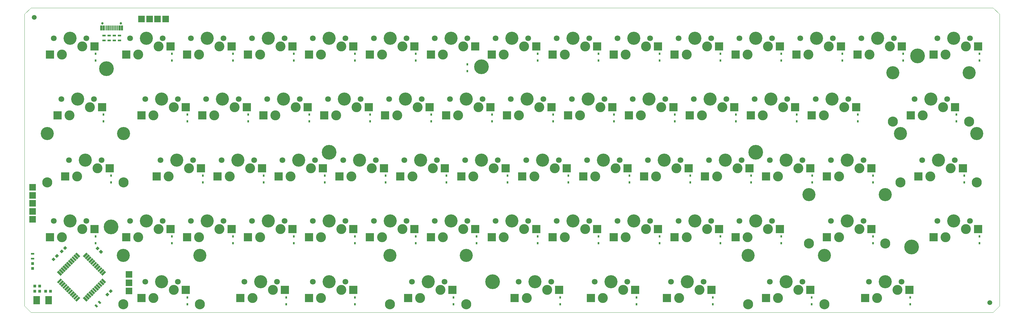
<source format=gbr>
%TF.GenerationSoftware,KiCad,Pcbnew,5.1.6*%
%TF.CreationDate,2020-07-08T12:45:37+02:00*%
%TF.ProjectId,zedekiel,7a656465-6b69-4656-9c2e-6b696361645f,rev?*%
%TF.SameCoordinates,Original*%
%TF.FileFunction,Soldermask,Bot*%
%TF.FilePolarity,Negative*%
%FSLAX46Y46*%
G04 Gerber Fmt 4.6, Leading zero omitted, Abs format (unit mm)*
G04 Created by KiCad (PCBNEW 5.1.6) date 2020-07-08 12:45:37*
%MOMM*%
%LPD*%
G01*
G04 APERTURE LIST*
%TA.AperFunction,Profile*%
%ADD10C,0.050000*%
%TD*%
%ADD11C,1.500000*%
%ADD12R,2.650000X2.600000*%
%ADD13C,1.801800*%
%ADD14C,4.087800*%
%ADD15C,3.100000*%
%ADD16C,4.600000*%
%ADD17C,3.148000*%
%ADD18C,0.750000*%
%ADD19R,0.400000X1.550000*%
%ADD20R,0.700000X1.550000*%
%ADD21R,2.100000X2.500000*%
%ADD22R,0.900000X0.850000*%
%ADD23R,0.850000X0.900000*%
%ADD24C,0.100000*%
%ADD25R,0.550000X0.700000*%
%ADD26R,1.000000X0.600000*%
%ADD27R,2.100000X2.100000*%
G04 APERTURE END LIST*
D10*
X20400000Y-113400000D02*
X20400000Y-22400000D01*
X22400000Y-115400000D02*
X20400000Y-113400000D01*
X322400000Y-115400000D02*
X22400000Y-115400000D01*
X324400000Y-113400000D02*
X322400000Y-115400000D01*
X324400000Y-22400000D02*
X324400000Y-113400000D01*
X322400000Y-20400000D02*
X324400000Y-22400000D01*
X22400000Y-20400000D02*
X322400000Y-20400000D01*
X20400000Y-22400000D02*
X22400000Y-20400000D01*
D11*
%TO.C,REF\u002A\u002A*%
X321400000Y-112400000D03*
%TD*%
%TO.C,REF\u002A\u002A*%
X23400000Y-23400000D03*
%TD*%
D12*
%TO.C,K66*%
X317710000Y-32440000D03*
D13*
X315230000Y-29900000D03*
X305070000Y-29900000D03*
D14*
X310150000Y-29900000D03*
D15*
X313960000Y-32440000D03*
X307610000Y-34980000D03*
D12*
X303860000Y-34980000D03*
%TD*%
%TO.C,K28*%
X310585000Y-51440000D03*
D13*
X308105000Y-48900000D03*
X297945000Y-48900000D03*
D14*
X303025000Y-48900000D03*
D15*
X306835000Y-51440000D03*
X300485000Y-53980000D03*
D12*
X296735000Y-53980000D03*
%TD*%
%TO.C,K42*%
X312960000Y-70440000D03*
D13*
X310480000Y-67900000D03*
X300320000Y-67900000D03*
D14*
X305400000Y-67900000D03*
D15*
X309210000Y-70440000D03*
X302860000Y-72980000D03*
D12*
X299110000Y-72980000D03*
%TD*%
%TO.C,K56*%
X317710000Y-89440000D03*
D13*
X315230000Y-86900000D03*
X305070000Y-86900000D03*
D14*
X310150000Y-86900000D03*
D15*
X313960000Y-89440000D03*
X307610000Y-91980000D03*
D12*
X303860000Y-91980000D03*
%TD*%
%TO.C,K55*%
X284460000Y-89440000D03*
D13*
X281980000Y-86900000D03*
X271820000Y-86900000D03*
D14*
X276900000Y-86900000D03*
D15*
X280710000Y-89440000D03*
X274360000Y-91980000D03*
D12*
X270610000Y-91980000D03*
%TD*%
%TO.C,K65*%
X282485000Y-110980000D03*
D15*
X286235000Y-110980000D03*
X292585000Y-108440000D03*
D14*
X288775000Y-105900000D03*
D13*
X283695000Y-105900000D03*
X293855000Y-105900000D03*
D12*
X296335000Y-108440000D03*
%TD*%
%TO.C,K64*%
X265460000Y-108440000D03*
D13*
X262980000Y-105900000D03*
X252820000Y-105900000D03*
D14*
X257900000Y-105900000D03*
D15*
X261710000Y-108440000D03*
X255360000Y-110980000D03*
D12*
X251610000Y-110980000D03*
%TD*%
%TO.C,K63*%
X220735000Y-110980000D03*
D15*
X224485000Y-110980000D03*
X230835000Y-108440000D03*
D14*
X227025000Y-105900000D03*
D13*
X221945000Y-105900000D03*
X232105000Y-105900000D03*
D12*
X234585000Y-108440000D03*
%TD*%
%TO.C,K62*%
X196985000Y-110980000D03*
D15*
X200735000Y-110980000D03*
X207085000Y-108440000D03*
D14*
X203275000Y-105900000D03*
D13*
X198195000Y-105900000D03*
X208355000Y-105900000D03*
D12*
X210835000Y-108440000D03*
%TD*%
%TO.C,K61*%
X173235000Y-110980000D03*
D15*
X176985000Y-110980000D03*
X183335000Y-108440000D03*
D14*
X179525000Y-105900000D03*
D13*
X174445000Y-105900000D03*
X184605000Y-105900000D03*
D12*
X187085000Y-108440000D03*
%TD*%
%TO.C,K60*%
X153835000Y-108440000D03*
D13*
X151355000Y-105900000D03*
X141195000Y-105900000D03*
D14*
X146275000Y-105900000D03*
D15*
X150085000Y-108440000D03*
X143735000Y-110980000D03*
D12*
X139985000Y-110980000D03*
%TD*%
%TO.C,K58*%
X87735000Y-110980000D03*
D15*
X91485000Y-110980000D03*
X97835000Y-108440000D03*
D14*
X94025000Y-105900000D03*
D13*
X88945000Y-105900000D03*
X99105000Y-105900000D03*
D12*
X101585000Y-108440000D03*
%TD*%
%TO.C,K57*%
X70710000Y-108440000D03*
D13*
X68230000Y-105900000D03*
X58070000Y-105900000D03*
D14*
X63150000Y-105900000D03*
D15*
X66960000Y-108440000D03*
X60610000Y-110980000D03*
D12*
X56860000Y-110980000D03*
%TD*%
%TO.C,K43*%
X42210000Y-89440000D03*
D13*
X39730000Y-86900000D03*
X29570000Y-86900000D03*
D14*
X34650000Y-86900000D03*
D15*
X38460000Y-89440000D03*
X32110000Y-91980000D03*
D12*
X28360000Y-91980000D03*
%TD*%
%TO.C,K29*%
X46960000Y-70440000D03*
D13*
X44480000Y-67900000D03*
X34320000Y-67900000D03*
D14*
X39400000Y-67900000D03*
D15*
X43210000Y-70440000D03*
X36860000Y-72980000D03*
D12*
X33110000Y-72980000D03*
%TD*%
%TO.C,K15*%
X44585000Y-51440000D03*
D13*
X42105000Y-48900000D03*
X31945000Y-48900000D03*
D14*
X37025000Y-48900000D03*
D15*
X40835000Y-51440000D03*
X34485000Y-53980000D03*
D12*
X30735000Y-53980000D03*
%TD*%
%TO.C,K1*%
X42210000Y-32440000D03*
D13*
X39730000Y-29900000D03*
X29570000Y-29900000D03*
D14*
X34650000Y-29900000D03*
D15*
X38460000Y-32440000D03*
X32110000Y-34980000D03*
D12*
X28360000Y-34980000D03*
%TD*%
%TO.C,K40*%
X251610000Y-72980000D03*
D15*
X255360000Y-72980000D03*
X261710000Y-70440000D03*
D14*
X257900000Y-67900000D03*
D13*
X252820000Y-67900000D03*
X262980000Y-67900000D03*
D12*
X265460000Y-70440000D03*
%TD*%
%TO.C,K47*%
X109110000Y-91980000D03*
D15*
X112860000Y-91980000D03*
X119210000Y-89440000D03*
D14*
X115400000Y-86900000D03*
D13*
X110320000Y-86900000D03*
X120480000Y-86900000D03*
D12*
X122960000Y-89440000D03*
%TD*%
%TO.C,K37*%
X194610000Y-72980000D03*
D15*
X198360000Y-72980000D03*
X204710000Y-70440000D03*
D14*
X200900000Y-67900000D03*
D13*
X195820000Y-67900000D03*
X205980000Y-67900000D03*
D12*
X208460000Y-70440000D03*
%TD*%
%TO.C,K34*%
X137610000Y-72980000D03*
D15*
X141360000Y-72980000D03*
X147710000Y-70440000D03*
D14*
X143900000Y-67900000D03*
D13*
X138820000Y-67900000D03*
X148980000Y-67900000D03*
D12*
X151460000Y-70440000D03*
%TD*%
%TO.C,K32*%
X99610000Y-72980000D03*
D15*
X103360000Y-72980000D03*
X109710000Y-70440000D03*
D14*
X105900000Y-67900000D03*
D13*
X100820000Y-67900000D03*
X110980000Y-67900000D03*
D12*
X113460000Y-70440000D03*
%TD*%
%TO.C,K31*%
X80610000Y-72980000D03*
D15*
X84360000Y-72980000D03*
X90710000Y-70440000D03*
D14*
X86900000Y-67900000D03*
D13*
X81820000Y-67900000D03*
X91980000Y-67900000D03*
D12*
X94460000Y-70440000D03*
%TD*%
%TO.C,K59*%
X109110000Y-110980000D03*
D15*
X112860000Y-110980000D03*
X119210000Y-108440000D03*
D14*
X115400000Y-105900000D03*
D13*
X110320000Y-105900000D03*
X120480000Y-105900000D03*
D12*
X122960000Y-108440000D03*
%TD*%
%TO.C,K54*%
X242110000Y-91980000D03*
D15*
X245860000Y-91980000D03*
X252210000Y-89440000D03*
D14*
X248400000Y-86900000D03*
D13*
X243320000Y-86900000D03*
X253480000Y-86900000D03*
D12*
X255960000Y-89440000D03*
%TD*%
%TO.C,K53*%
X223110000Y-91980000D03*
D15*
X226860000Y-91980000D03*
X233210000Y-89440000D03*
D14*
X229400000Y-86900000D03*
D13*
X224320000Y-86900000D03*
X234480000Y-86900000D03*
D12*
X236960000Y-89440000D03*
%TD*%
%TO.C,K52*%
X204110000Y-91980000D03*
D15*
X207860000Y-91980000D03*
X214210000Y-89440000D03*
D14*
X210400000Y-86900000D03*
D13*
X205320000Y-86900000D03*
X215480000Y-86900000D03*
D12*
X217960000Y-89440000D03*
%TD*%
%TO.C,K51*%
X185110000Y-91980000D03*
D15*
X188860000Y-91980000D03*
X195210000Y-89440000D03*
D14*
X191400000Y-86900000D03*
D13*
X186320000Y-86900000D03*
X196480000Y-86900000D03*
D12*
X198960000Y-89440000D03*
%TD*%
%TO.C,K50*%
X166110000Y-91980000D03*
D15*
X169860000Y-91980000D03*
X176210000Y-89440000D03*
D14*
X172400000Y-86900000D03*
D13*
X167320000Y-86900000D03*
X177480000Y-86900000D03*
D12*
X179960000Y-89440000D03*
%TD*%
%TO.C,K49*%
X147110000Y-91980000D03*
D15*
X150860000Y-91980000D03*
X157210000Y-89440000D03*
D14*
X153400000Y-86900000D03*
D13*
X148320000Y-86900000D03*
X158480000Y-86900000D03*
D12*
X160960000Y-89440000D03*
%TD*%
%TO.C,K48*%
X128110000Y-91980000D03*
D15*
X131860000Y-91980000D03*
X138210000Y-89440000D03*
D14*
X134400000Y-86900000D03*
D13*
X129320000Y-86900000D03*
X139480000Y-86900000D03*
D12*
X141960000Y-89440000D03*
%TD*%
%TO.C,K46*%
X90110000Y-91980000D03*
D15*
X93860000Y-91980000D03*
X100210000Y-89440000D03*
D14*
X96400000Y-86900000D03*
D13*
X91320000Y-86900000D03*
X101480000Y-86900000D03*
D12*
X103960000Y-89440000D03*
%TD*%
%TO.C,K45*%
X71110000Y-91980000D03*
D15*
X74860000Y-91980000D03*
X81210000Y-89440000D03*
D14*
X77400000Y-86900000D03*
D13*
X72320000Y-86900000D03*
X82480000Y-86900000D03*
D12*
X84960000Y-89440000D03*
%TD*%
%TO.C,K44*%
X52110000Y-91980000D03*
D15*
X55860000Y-91980000D03*
X62210000Y-89440000D03*
D14*
X58400000Y-86900000D03*
D13*
X53320000Y-86900000D03*
X63480000Y-86900000D03*
D12*
X65960000Y-89440000D03*
%TD*%
%TO.C,K41*%
X270610000Y-72980000D03*
D15*
X274360000Y-72980000D03*
X280710000Y-70440000D03*
D14*
X276900000Y-67900000D03*
D13*
X271820000Y-67900000D03*
X281980000Y-67900000D03*
D12*
X284460000Y-70440000D03*
%TD*%
%TO.C,K39*%
X232610000Y-72980000D03*
D15*
X236360000Y-72980000D03*
X242710000Y-70440000D03*
D14*
X238900000Y-67900000D03*
D13*
X233820000Y-67900000D03*
X243980000Y-67900000D03*
D12*
X246460000Y-70440000D03*
%TD*%
%TO.C,K38*%
X213610000Y-72980000D03*
D15*
X217360000Y-72980000D03*
X223710000Y-70440000D03*
D14*
X219900000Y-67900000D03*
D13*
X214820000Y-67900000D03*
X224980000Y-67900000D03*
D12*
X227460000Y-70440000D03*
%TD*%
%TO.C,K36*%
X175610000Y-72980000D03*
D15*
X179360000Y-72980000D03*
X185710000Y-70440000D03*
D14*
X181900000Y-67900000D03*
D13*
X176820000Y-67900000D03*
X186980000Y-67900000D03*
D12*
X189460000Y-70440000D03*
%TD*%
%TO.C,K35*%
X156610000Y-72980000D03*
D15*
X160360000Y-72980000D03*
X166710000Y-70440000D03*
D14*
X162900000Y-67900000D03*
D13*
X157820000Y-67900000D03*
X167980000Y-67900000D03*
D12*
X170460000Y-70440000D03*
%TD*%
%TO.C,K33*%
X118610000Y-72980000D03*
D15*
X122360000Y-72980000D03*
X128710000Y-70440000D03*
D14*
X124900000Y-67900000D03*
D13*
X119820000Y-67900000D03*
X129980000Y-67900000D03*
D12*
X132460000Y-70440000D03*
%TD*%
%TO.C,K30*%
X61610000Y-72980000D03*
D15*
X65360000Y-72980000D03*
X71710000Y-70440000D03*
D14*
X67900000Y-67900000D03*
D13*
X62820000Y-67900000D03*
X72980000Y-67900000D03*
D12*
X75460000Y-70440000D03*
%TD*%
%TO.C,K27*%
X265860000Y-53980000D03*
D15*
X269610000Y-53980000D03*
X275960000Y-51440000D03*
D14*
X272150000Y-48900000D03*
D13*
X267070000Y-48900000D03*
X277230000Y-48900000D03*
D12*
X279710000Y-51440000D03*
%TD*%
%TO.C,K26*%
X246860000Y-53980000D03*
D15*
X250610000Y-53980000D03*
X256960000Y-51440000D03*
D14*
X253150000Y-48900000D03*
D13*
X248070000Y-48900000D03*
X258230000Y-48900000D03*
D12*
X260710000Y-51440000D03*
%TD*%
%TO.C,K25*%
X227860000Y-53980000D03*
D15*
X231610000Y-53980000D03*
X237960000Y-51440000D03*
D14*
X234150000Y-48900000D03*
D13*
X229070000Y-48900000D03*
X239230000Y-48900000D03*
D12*
X241710000Y-51440000D03*
%TD*%
%TO.C,K24*%
X208860000Y-53980000D03*
D15*
X212610000Y-53980000D03*
X218960000Y-51440000D03*
D14*
X215150000Y-48900000D03*
D13*
X210070000Y-48900000D03*
X220230000Y-48900000D03*
D12*
X222710000Y-51440000D03*
%TD*%
%TO.C,K23*%
X189860000Y-53980000D03*
D15*
X193610000Y-53980000D03*
X199960000Y-51440000D03*
D14*
X196150000Y-48900000D03*
D13*
X191070000Y-48900000D03*
X201230000Y-48900000D03*
D12*
X203710000Y-51440000D03*
%TD*%
%TO.C,K22*%
X170860000Y-53980000D03*
D15*
X174610000Y-53980000D03*
X180960000Y-51440000D03*
D14*
X177150000Y-48900000D03*
D13*
X172070000Y-48900000D03*
X182230000Y-48900000D03*
D12*
X184710000Y-51440000D03*
%TD*%
%TO.C,K21*%
X151860000Y-53980000D03*
D15*
X155610000Y-53980000D03*
X161960000Y-51440000D03*
D14*
X158150000Y-48900000D03*
D13*
X153070000Y-48900000D03*
X163230000Y-48900000D03*
D12*
X165710000Y-51440000D03*
%TD*%
%TO.C,K20*%
X132860000Y-53980000D03*
D15*
X136610000Y-53980000D03*
X142960000Y-51440000D03*
D14*
X139150000Y-48900000D03*
D13*
X134070000Y-48900000D03*
X144230000Y-48900000D03*
D12*
X146710000Y-51440000D03*
%TD*%
%TO.C,K19*%
X113860000Y-53980000D03*
D15*
X117610000Y-53980000D03*
X123960000Y-51440000D03*
D14*
X120150000Y-48900000D03*
D13*
X115070000Y-48900000D03*
X125230000Y-48900000D03*
D12*
X127710000Y-51440000D03*
%TD*%
%TO.C,K18*%
X94860000Y-53980000D03*
D15*
X98610000Y-53980000D03*
X104960000Y-51440000D03*
D14*
X101150000Y-48900000D03*
D13*
X96070000Y-48900000D03*
X106230000Y-48900000D03*
D12*
X108710000Y-51440000D03*
%TD*%
%TO.C,K17*%
X75860000Y-53980000D03*
D15*
X79610000Y-53980000D03*
X85960000Y-51440000D03*
D14*
X82150000Y-48900000D03*
D13*
X77070000Y-48900000D03*
X87230000Y-48900000D03*
D12*
X89710000Y-51440000D03*
%TD*%
%TO.C,K16*%
X56860000Y-53980000D03*
D15*
X60610000Y-53980000D03*
X66960000Y-51440000D03*
D14*
X63150000Y-48900000D03*
D13*
X58070000Y-48900000D03*
X68230000Y-48900000D03*
D12*
X70710000Y-51440000D03*
%TD*%
%TO.C,K14*%
X280110000Y-34980000D03*
D15*
X283860000Y-34980000D03*
X290210000Y-32440000D03*
D14*
X286400000Y-29900000D03*
D13*
X281320000Y-29900000D03*
X291480000Y-29900000D03*
D12*
X293960000Y-32440000D03*
%TD*%
%TO.C,K13*%
X261110000Y-34980000D03*
D15*
X264860000Y-34980000D03*
X271210000Y-32440000D03*
D14*
X267400000Y-29900000D03*
D13*
X262320000Y-29900000D03*
X272480000Y-29900000D03*
D12*
X274960000Y-32440000D03*
%TD*%
%TO.C,K12*%
X242110000Y-34980000D03*
D15*
X245860000Y-34980000D03*
X252210000Y-32440000D03*
D14*
X248400000Y-29900000D03*
D13*
X243320000Y-29900000D03*
X253480000Y-29900000D03*
D12*
X255960000Y-32440000D03*
%TD*%
%TO.C,K11*%
X223110000Y-34980000D03*
D15*
X226860000Y-34980000D03*
X233210000Y-32440000D03*
D14*
X229400000Y-29900000D03*
D13*
X224320000Y-29900000D03*
X234480000Y-29900000D03*
D12*
X236960000Y-32440000D03*
%TD*%
%TO.C,K10*%
X204110000Y-34980000D03*
D15*
X207860000Y-34980000D03*
X214210000Y-32440000D03*
D14*
X210400000Y-29900000D03*
D13*
X205320000Y-29900000D03*
X215480000Y-29900000D03*
D12*
X217960000Y-32440000D03*
%TD*%
%TO.C,K9*%
X185110000Y-34980000D03*
D15*
X188860000Y-34980000D03*
X195210000Y-32440000D03*
D14*
X191400000Y-29900000D03*
D13*
X186320000Y-29900000D03*
X196480000Y-29900000D03*
D12*
X198960000Y-32440000D03*
%TD*%
%TO.C,K8*%
X166110000Y-34980000D03*
D15*
X169860000Y-34980000D03*
X176210000Y-32440000D03*
D14*
X172400000Y-29900000D03*
D13*
X167320000Y-29900000D03*
X177480000Y-29900000D03*
D12*
X179960000Y-32440000D03*
%TD*%
%TO.C,K7*%
X147110000Y-34980000D03*
D15*
X150860000Y-34980000D03*
X157210000Y-32440000D03*
D14*
X153400000Y-29900000D03*
D13*
X148320000Y-29900000D03*
X158480000Y-29900000D03*
D12*
X160960000Y-32440000D03*
%TD*%
%TO.C,K6*%
X128110000Y-34980000D03*
D15*
X131860000Y-34980000D03*
X138210000Y-32440000D03*
D14*
X134400000Y-29900000D03*
D13*
X129320000Y-29900000D03*
X139480000Y-29900000D03*
D12*
X141960000Y-32440000D03*
%TD*%
%TO.C,K5*%
X109110000Y-34980000D03*
D15*
X112860000Y-34980000D03*
X119210000Y-32440000D03*
D14*
X115400000Y-29900000D03*
D13*
X110320000Y-29900000D03*
X120480000Y-29900000D03*
D12*
X122960000Y-32440000D03*
%TD*%
%TO.C,K4*%
X90110000Y-34980000D03*
D15*
X93860000Y-34980000D03*
X100210000Y-32440000D03*
D14*
X96400000Y-29900000D03*
D13*
X91320000Y-29900000D03*
X101480000Y-29900000D03*
D12*
X103960000Y-32440000D03*
%TD*%
%TO.C,K3*%
X71110000Y-34980000D03*
D15*
X74860000Y-34980000D03*
X81210000Y-32440000D03*
D14*
X77400000Y-29900000D03*
D13*
X72320000Y-29900000D03*
X82480000Y-29900000D03*
D12*
X84960000Y-32440000D03*
%TD*%
%TO.C,K2*%
X52110000Y-34980000D03*
D15*
X55860000Y-34980000D03*
X62210000Y-32440000D03*
D14*
X58400000Y-29900000D03*
D13*
X53320000Y-29900000D03*
X63480000Y-29900000D03*
D12*
X65960000Y-32440000D03*
%TD*%
D16*
%TO.C,REF\u002A\u002A*%
X297000000Y-95000000D03*
%TD*%
%TO.C,REF\u002A\u002A*%
X166400000Y-105900000D03*
%TD*%
%TO.C,REF\u002A\u002A*%
X248400000Y-65500000D03*
%TD*%
%TO.C,REF\u002A\u002A*%
X115400000Y-65500000D03*
%TD*%
%TO.C,REF\u002A\u002A*%
X47400000Y-88800000D03*
%TD*%
%TO.C,REF\u002A\u002A*%
X298900000Y-35400000D03*
%TD*%
%TO.C,REF\u002A\u002A*%
X162900000Y-38800000D03*
%TD*%
%TO.C,REF\u002A\u002A*%
X46000000Y-39400000D03*
%TD*%
D17*
%TO.C,REF\u002A\u002A*%
X51300000Y-74885000D03*
X27500000Y-74885000D03*
D14*
X51300000Y-59645000D03*
X27500000Y-59645000D03*
%TD*%
D17*
%TO.C,REF\u002A\u002A*%
X314925000Y-55885000D03*
X291125000Y-55885000D03*
D14*
X314925000Y-40645000D03*
X291125000Y-40645000D03*
%TD*%
D17*
%TO.C,REF\u002A\u002A*%
X317300000Y-74885000D03*
X293500000Y-74885000D03*
D14*
X317300000Y-59645000D03*
X293500000Y-59645000D03*
%TD*%
D17*
%TO.C,REF\u002A\u002A*%
X288800000Y-93885000D03*
X265000000Y-93885000D03*
D14*
X288800000Y-78645000D03*
X265000000Y-78645000D03*
%TD*%
D17*
%TO.C,REF\u002A\u002A*%
X269800000Y-112885000D03*
X246000000Y-112885000D03*
D14*
X269800000Y-97645000D03*
X246000000Y-97645000D03*
%TD*%
D17*
%TO.C,REF\u002A\u002A*%
X158175000Y-112885000D03*
X134375000Y-112885000D03*
D14*
X158175000Y-97645000D03*
X134375000Y-97645000D03*
%TD*%
D17*
%TO.C,REF\u002A\u002A*%
X75050000Y-112885000D03*
X51250000Y-112885000D03*
D14*
X75050000Y-97645000D03*
X51250000Y-97645000D03*
%TD*%
D18*
%TO.C,USB1*%
X44710000Y-25250000D03*
X50490000Y-25250000D03*
D19*
X47350000Y-26695000D03*
X47850000Y-26695000D03*
X48350000Y-26695000D03*
X46850000Y-26695000D03*
X48850000Y-26695000D03*
X46350000Y-26695000D03*
X49350000Y-26695000D03*
X45850000Y-26695000D03*
D20*
X45150000Y-26695000D03*
X50050000Y-26695000D03*
X44375000Y-26695000D03*
X50825000Y-26695000D03*
%TD*%
D21*
%TO.C,X1*%
X24200000Y-111625000D03*
X27900000Y-111625000D03*
%TD*%
D22*
%TO.C,C1*%
X25100000Y-107200000D03*
X23600000Y-107200000D03*
%TD*%
D23*
%TO.C,C8*%
X22900000Y-100200000D03*
X22900000Y-101700000D03*
%TD*%
D24*
%TO.C,C7*%
G36*
X42570622Y-95421662D02*
G01*
X43171662Y-94820622D01*
X43808058Y-95457018D01*
X43207018Y-96058058D01*
X42570622Y-95421662D01*
G37*
G36*
X43631282Y-96482322D02*
G01*
X44232322Y-95881282D01*
X44868718Y-96517678D01*
X44267678Y-97118718D01*
X43631282Y-96482322D01*
G37*
%TD*%
%TO.C,C6*%
G36*
X32011992Y-96999048D02*
G01*
X31410952Y-96398008D01*
X32047348Y-95761612D01*
X32648388Y-96362652D01*
X32011992Y-96999048D01*
G37*
G36*
X33072652Y-95938388D02*
G01*
X32471612Y-95337348D01*
X33108008Y-94700952D01*
X33709048Y-95301992D01*
X33072652Y-95938388D01*
G37*
%TD*%
%TO.C,C5*%
G36*
X47348008Y-108150952D02*
G01*
X47949048Y-108751992D01*
X47312652Y-109388388D01*
X46711612Y-108787348D01*
X47348008Y-108150952D01*
G37*
G36*
X46287348Y-109211612D02*
G01*
X46888388Y-109812652D01*
X46251992Y-110449048D01*
X45650952Y-109848008D01*
X46287348Y-109211612D01*
G37*
%TD*%
%TO.C,C4*%
G36*
X29421662Y-99479378D02*
G01*
X28820622Y-98878338D01*
X29457018Y-98241942D01*
X30058058Y-98842982D01*
X29421662Y-99479378D01*
G37*
G36*
X30482322Y-98418718D02*
G01*
X29881282Y-97817678D01*
X30517678Y-97181282D01*
X31118718Y-97782322D01*
X30482322Y-98418718D01*
G37*
%TD*%
D22*
%TO.C,C3*%
X25100000Y-108800000D03*
X23600000Y-108800000D03*
%TD*%
%TO.C,C2*%
X28500000Y-108800000D03*
X27000000Y-108800000D03*
%TD*%
D25*
%TO.C,D1*%
X42600000Y-36850000D03*
X42600000Y-34750000D03*
%TD*%
%TO.C,D26*%
X261200000Y-55850000D03*
X261200000Y-53750000D03*
%TD*%
%TO.C,D7*%
X158500000Y-40150000D03*
X158500000Y-38050000D03*
%TD*%
%TO.C,D66*%
X318200000Y-36850000D03*
X318200000Y-34750000D03*
%TD*%
%TO.C,D65*%
X296600000Y-112850000D03*
X296600000Y-110750000D03*
%TD*%
%TO.C,D64*%
X265800000Y-112850000D03*
X265800000Y-110750000D03*
%TD*%
%TO.C,D63*%
X235000000Y-112850000D03*
X235000000Y-110750000D03*
%TD*%
%TO.C,D62*%
X211200000Y-112850000D03*
X211200000Y-110750000D03*
%TD*%
%TO.C,D61*%
X187400000Y-112850000D03*
X187400000Y-110750000D03*
%TD*%
%TO.C,D60*%
X154200000Y-112850000D03*
X154200000Y-110750000D03*
%TD*%
%TO.C,D59*%
X123400000Y-112850000D03*
X123400000Y-110750000D03*
%TD*%
%TO.C,D58*%
X102000000Y-112850000D03*
X102000000Y-110750000D03*
%TD*%
%TO.C,D57*%
X71200000Y-112850000D03*
X71200000Y-110750000D03*
%TD*%
%TO.C,D56*%
X318200000Y-93850000D03*
X318200000Y-91750000D03*
%TD*%
%TO.C,D55*%
X285000000Y-93850000D03*
X285000000Y-91750000D03*
%TD*%
%TO.C,D54*%
X256400000Y-93850000D03*
X256400000Y-91750000D03*
%TD*%
%TO.C,D53*%
X237400000Y-93850000D03*
X237400000Y-91750000D03*
%TD*%
%TO.C,D52*%
X218400000Y-93850000D03*
X218400000Y-91750000D03*
%TD*%
%TO.C,D51*%
X199400000Y-93850000D03*
X199400000Y-91750000D03*
%TD*%
%TO.C,D50*%
X180400000Y-93850000D03*
X180400000Y-91750000D03*
%TD*%
%TO.C,D49*%
X161400000Y-93850000D03*
X161400000Y-91750000D03*
%TD*%
%TO.C,D48*%
X142400000Y-93850000D03*
X142400000Y-91750000D03*
%TD*%
%TO.C,D47*%
X123400000Y-93850000D03*
X123400000Y-91750000D03*
%TD*%
%TO.C,D46*%
X104400000Y-93850000D03*
X104400000Y-91750000D03*
%TD*%
%TO.C,D45*%
X85400000Y-93850000D03*
X85400000Y-91750000D03*
%TD*%
%TO.C,D44*%
X66400000Y-93850000D03*
X66400000Y-91750000D03*
%TD*%
%TO.C,D43*%
X42600000Y-93850000D03*
X42600000Y-91750000D03*
%TD*%
%TO.C,D42*%
X313400000Y-74850000D03*
X313400000Y-72750000D03*
%TD*%
%TO.C,D41*%
X285000000Y-74850000D03*
X285000000Y-72750000D03*
%TD*%
%TO.C,D40*%
X266000000Y-74850000D03*
X266000000Y-72750000D03*
%TD*%
%TO.C,D39*%
X247000000Y-74850000D03*
X247000000Y-72750000D03*
%TD*%
%TO.C,D38*%
X228000000Y-74850000D03*
X228000000Y-72750000D03*
%TD*%
%TO.C,D37*%
X209000000Y-74850000D03*
X209000000Y-72750000D03*
%TD*%
%TO.C,D36*%
X190000000Y-74850000D03*
X190000000Y-72750000D03*
%TD*%
%TO.C,D35*%
X171000000Y-74850000D03*
X171000000Y-72750000D03*
%TD*%
%TO.C,D34*%
X152000000Y-74850000D03*
X152000000Y-72750000D03*
%TD*%
%TO.C,D33*%
X133000000Y-74850000D03*
X133000000Y-72750000D03*
%TD*%
%TO.C,D32*%
X114000000Y-74850000D03*
X114000000Y-72750000D03*
%TD*%
%TO.C,D31*%
X95000000Y-74850000D03*
X95000000Y-72750000D03*
%TD*%
%TO.C,D30*%
X76000000Y-74850000D03*
X76000000Y-72750000D03*
%TD*%
%TO.C,D29*%
X47400000Y-74850000D03*
X47400000Y-72750000D03*
%TD*%
%TO.C,D28*%
X311000000Y-55850000D03*
X311000000Y-53750000D03*
%TD*%
%TO.C,D27*%
X280200000Y-55850000D03*
X280200000Y-53750000D03*
%TD*%
%TO.C,D25*%
X242200000Y-55850000D03*
X242200000Y-53750000D03*
%TD*%
%TO.C,D24*%
X223200000Y-55850000D03*
X223200000Y-53750000D03*
%TD*%
%TO.C,D23*%
X204200000Y-55850000D03*
X204200000Y-53750000D03*
%TD*%
%TO.C,D22*%
X185200000Y-55850000D03*
X185200000Y-53750000D03*
%TD*%
%TO.C,D21*%
X166200000Y-55850000D03*
X166200000Y-53750000D03*
%TD*%
%TO.C,D20*%
X147200000Y-55850000D03*
X147200000Y-53750000D03*
%TD*%
%TO.C,D19*%
X128200000Y-55850000D03*
X128200000Y-53750000D03*
%TD*%
%TO.C,D18*%
X109200000Y-55850000D03*
X109200000Y-53750000D03*
%TD*%
%TO.C,D17*%
X90200000Y-55850000D03*
X90200000Y-53750000D03*
%TD*%
%TO.C,D16*%
X71200000Y-55850000D03*
X71200000Y-53750000D03*
%TD*%
%TO.C,D15*%
X45000000Y-55850000D03*
X45000000Y-53750000D03*
%TD*%
%TO.C,D14*%
X294400000Y-36850000D03*
X294400000Y-34750000D03*
%TD*%
%TO.C,D13*%
X275400000Y-36850000D03*
X275400000Y-34750000D03*
%TD*%
%TO.C,D12*%
X256400000Y-36850000D03*
X256400000Y-34750000D03*
%TD*%
%TO.C,D11*%
X237400000Y-36850000D03*
X237400000Y-34750000D03*
%TD*%
%TO.C,D10*%
X218400000Y-36850000D03*
X218400000Y-34750000D03*
%TD*%
%TO.C,D9*%
X199400000Y-36850000D03*
X199400000Y-34750000D03*
%TD*%
%TO.C,D8*%
X180400000Y-36850000D03*
X180400000Y-34750000D03*
%TD*%
%TO.C,D6*%
X142400000Y-36850000D03*
X142400000Y-34750000D03*
%TD*%
%TO.C,D5*%
X123400000Y-36850000D03*
X123400000Y-34750000D03*
%TD*%
%TO.C,D4*%
X104400000Y-36850000D03*
X104400000Y-34750000D03*
%TD*%
%TO.C,D3*%
X85400000Y-36850000D03*
X85400000Y-34750000D03*
%TD*%
%TO.C,D2*%
X66400000Y-36850000D03*
X66400000Y-34750000D03*
%TD*%
D26*
%TO.C,R2*%
X45200000Y-30600000D03*
X45200000Y-29100000D03*
%TD*%
D24*
%TO.C,R6*%
G36*
X43971751Y-112835355D02*
G01*
X43264645Y-112128249D01*
X43688909Y-111703985D01*
X44396015Y-112411091D01*
X43971751Y-112835355D01*
G37*
G36*
X42911091Y-113896015D02*
G01*
X42203985Y-113188909D01*
X42628249Y-112764645D01*
X43335355Y-113471751D01*
X42911091Y-113896015D01*
G37*
%TD*%
D26*
%TO.C,R5*%
X46800000Y-29100000D03*
X46800000Y-30600000D03*
%TD*%
%TO.C,R4*%
X48400000Y-29100000D03*
X48400000Y-30600000D03*
%TD*%
%TO.C,R3*%
X50000000Y-30600000D03*
X50000000Y-29100000D03*
%TD*%
%TO.C,R1*%
X22900000Y-97150000D03*
X22900000Y-98650000D03*
%TD*%
D24*
%TO.C,U1*%
G36*
X31676940Y-104806587D02*
G01*
X32136559Y-105266206D01*
X31005188Y-106397577D01*
X30545569Y-105937958D01*
X31676940Y-104806587D01*
G37*
G36*
X32242626Y-105372272D02*
G01*
X32702245Y-105831891D01*
X31570874Y-106963262D01*
X31111255Y-106503643D01*
X32242626Y-105372272D01*
G37*
G36*
X32808311Y-105937957D02*
G01*
X33267930Y-106397576D01*
X32136559Y-107528947D01*
X31676940Y-107069328D01*
X32808311Y-105937957D01*
G37*
G36*
X33373996Y-106503643D02*
G01*
X33833615Y-106963262D01*
X32702244Y-108094633D01*
X32242625Y-107635014D01*
X33373996Y-106503643D01*
G37*
G36*
X33939682Y-107069328D02*
G01*
X34399301Y-107528947D01*
X33267930Y-108660318D01*
X32808311Y-108200699D01*
X33939682Y-107069328D01*
G37*
G36*
X34505367Y-107635014D02*
G01*
X34964986Y-108094633D01*
X33833615Y-109226004D01*
X33373996Y-108766385D01*
X34505367Y-107635014D01*
G37*
G36*
X35071053Y-108200699D02*
G01*
X35530672Y-108660318D01*
X34399301Y-109791689D01*
X33939682Y-109332070D01*
X35071053Y-108200699D01*
G37*
G36*
X35636738Y-108766385D02*
G01*
X36096357Y-109226004D01*
X34964986Y-110357375D01*
X34505367Y-109897756D01*
X35636738Y-108766385D01*
G37*
G36*
X36202424Y-109332070D02*
G01*
X36662043Y-109791689D01*
X35530672Y-110923060D01*
X35071053Y-110463441D01*
X36202424Y-109332070D01*
G37*
G36*
X36768109Y-109897755D02*
G01*
X37227728Y-110357374D01*
X36096357Y-111488745D01*
X35636738Y-111029126D01*
X36768109Y-109897755D01*
G37*
G36*
X37333794Y-110463441D02*
G01*
X37793413Y-110923060D01*
X36662042Y-112054431D01*
X36202423Y-111594812D01*
X37333794Y-110463441D01*
G37*
G36*
X38606587Y-110923060D02*
G01*
X39066206Y-110463441D01*
X40197577Y-111594812D01*
X39737958Y-112054431D01*
X38606587Y-110923060D01*
G37*
G36*
X39172272Y-110357374D02*
G01*
X39631891Y-109897755D01*
X40763262Y-111029126D01*
X40303643Y-111488745D01*
X39172272Y-110357374D01*
G37*
G36*
X39737957Y-109791689D02*
G01*
X40197576Y-109332070D01*
X41328947Y-110463441D01*
X40869328Y-110923060D01*
X39737957Y-109791689D01*
G37*
G36*
X40303643Y-109226004D02*
G01*
X40763262Y-108766385D01*
X41894633Y-109897756D01*
X41435014Y-110357375D01*
X40303643Y-109226004D01*
G37*
G36*
X40869328Y-108660318D02*
G01*
X41328947Y-108200699D01*
X42460318Y-109332070D01*
X42000699Y-109791689D01*
X40869328Y-108660318D01*
G37*
G36*
X41435014Y-108094633D02*
G01*
X41894633Y-107635014D01*
X43026004Y-108766385D01*
X42566385Y-109226004D01*
X41435014Y-108094633D01*
G37*
G36*
X42000699Y-107528947D02*
G01*
X42460318Y-107069328D01*
X43591689Y-108200699D01*
X43132070Y-108660318D01*
X42000699Y-107528947D01*
G37*
G36*
X42566385Y-106963262D02*
G01*
X43026004Y-106503643D01*
X44157375Y-107635014D01*
X43697756Y-108094633D01*
X42566385Y-106963262D01*
G37*
G36*
X43132070Y-106397576D02*
G01*
X43591689Y-105937957D01*
X44723060Y-107069328D01*
X44263441Y-107528947D01*
X43132070Y-106397576D01*
G37*
G36*
X43697755Y-105831891D02*
G01*
X44157374Y-105372272D01*
X45288745Y-106503643D01*
X44829126Y-106963262D01*
X43697755Y-105831891D01*
G37*
G36*
X44263441Y-105266206D02*
G01*
X44723060Y-104806587D01*
X45854431Y-105937958D01*
X45394812Y-106397577D01*
X44263441Y-105266206D01*
G37*
G36*
X45394812Y-102402423D02*
G01*
X45854431Y-102862042D01*
X44723060Y-103993413D01*
X44263441Y-103533794D01*
X45394812Y-102402423D01*
G37*
G36*
X44829126Y-101836738D02*
G01*
X45288745Y-102296357D01*
X44157374Y-103427728D01*
X43697755Y-102968109D01*
X44829126Y-101836738D01*
G37*
G36*
X44263441Y-101271053D02*
G01*
X44723060Y-101730672D01*
X43591689Y-102862043D01*
X43132070Y-102402424D01*
X44263441Y-101271053D01*
G37*
G36*
X43697756Y-100705367D02*
G01*
X44157375Y-101164986D01*
X43026004Y-102296357D01*
X42566385Y-101836738D01*
X43697756Y-100705367D01*
G37*
G36*
X43132070Y-100139682D02*
G01*
X43591689Y-100599301D01*
X42460318Y-101730672D01*
X42000699Y-101271053D01*
X43132070Y-100139682D01*
G37*
G36*
X42566385Y-99573996D02*
G01*
X43026004Y-100033615D01*
X41894633Y-101164986D01*
X41435014Y-100705367D01*
X42566385Y-99573996D01*
G37*
G36*
X42000699Y-99008311D02*
G01*
X42460318Y-99467930D01*
X41328947Y-100599301D01*
X40869328Y-100139682D01*
X42000699Y-99008311D01*
G37*
G36*
X41435014Y-98442625D02*
G01*
X41894633Y-98902244D01*
X40763262Y-100033615D01*
X40303643Y-99573996D01*
X41435014Y-98442625D01*
G37*
G36*
X40869328Y-97876940D02*
G01*
X41328947Y-98336559D01*
X40197576Y-99467930D01*
X39737957Y-99008311D01*
X40869328Y-97876940D01*
G37*
G36*
X40303643Y-97311255D02*
G01*
X40763262Y-97770874D01*
X39631891Y-98902245D01*
X39172272Y-98442626D01*
X40303643Y-97311255D01*
G37*
G36*
X39737958Y-96745569D02*
G01*
X40197577Y-97205188D01*
X39066206Y-98336559D01*
X38606587Y-97876940D01*
X39737958Y-96745569D01*
G37*
G36*
X36202423Y-97205188D02*
G01*
X36662042Y-96745569D01*
X37793413Y-97876940D01*
X37333794Y-98336559D01*
X36202423Y-97205188D01*
G37*
G36*
X35636738Y-97770874D02*
G01*
X36096357Y-97311255D01*
X37227728Y-98442626D01*
X36768109Y-98902245D01*
X35636738Y-97770874D01*
G37*
G36*
X35071053Y-98336559D02*
G01*
X35530672Y-97876940D01*
X36662043Y-99008311D01*
X36202424Y-99467930D01*
X35071053Y-98336559D01*
G37*
G36*
X34505367Y-98902244D02*
G01*
X34964986Y-98442625D01*
X36096357Y-99573996D01*
X35636738Y-100033615D01*
X34505367Y-98902244D01*
G37*
G36*
X33939682Y-99467930D02*
G01*
X34399301Y-99008311D01*
X35530672Y-100139682D01*
X35071053Y-100599301D01*
X33939682Y-99467930D01*
G37*
G36*
X33373996Y-100033615D02*
G01*
X33833615Y-99573996D01*
X34964986Y-100705367D01*
X34505367Y-101164986D01*
X33373996Y-100033615D01*
G37*
G36*
X32808311Y-100599301D02*
G01*
X33267930Y-100139682D01*
X34399301Y-101271053D01*
X33939682Y-101730672D01*
X32808311Y-100599301D01*
G37*
G36*
X32242625Y-101164986D02*
G01*
X32702244Y-100705367D01*
X33833615Y-101836738D01*
X33373996Y-102296357D01*
X32242625Y-101164986D01*
G37*
G36*
X31676940Y-101730672D02*
G01*
X32136559Y-101271053D01*
X33267930Y-102402424D01*
X32808311Y-102862043D01*
X31676940Y-101730672D01*
G37*
G36*
X31111255Y-102296357D02*
G01*
X31570874Y-101836738D01*
X32702245Y-102968109D01*
X32242626Y-103427728D01*
X31111255Y-102296357D01*
G37*
G36*
X30545569Y-102862042D02*
G01*
X31005188Y-102402423D01*
X32136559Y-103533794D01*
X31676940Y-103993413D01*
X30545569Y-102862042D01*
G37*
%TD*%
D27*
%TO.C,TP6*%
X22900000Y-76400000D03*
%TD*%
%TO.C,TP6*%
X22900000Y-78900000D03*
%TD*%
%TO.C,TP10*%
X22900000Y-86400000D03*
%TD*%
%TO.C,TP9*%
X22900000Y-83900000D03*
%TD*%
%TO.C,TP8*%
X22900000Y-81400000D03*
%TD*%
%TO.C,TP7*%
X53000000Y-108750000D03*
%TD*%
%TO.C,TP6*%
X53000000Y-103600000D03*
%TD*%
%TO.C,TP5*%
X53000000Y-106180000D03*
%TD*%
%TO.C,TP4*%
X64400000Y-23900000D03*
%TD*%
%TO.C,TP3*%
X61900000Y-23900000D03*
%TD*%
%TO.C,TP2*%
X59400000Y-23900000D03*
%TD*%
%TO.C,TP1*%
X56900000Y-23900000D03*
%TD*%
M02*

</source>
